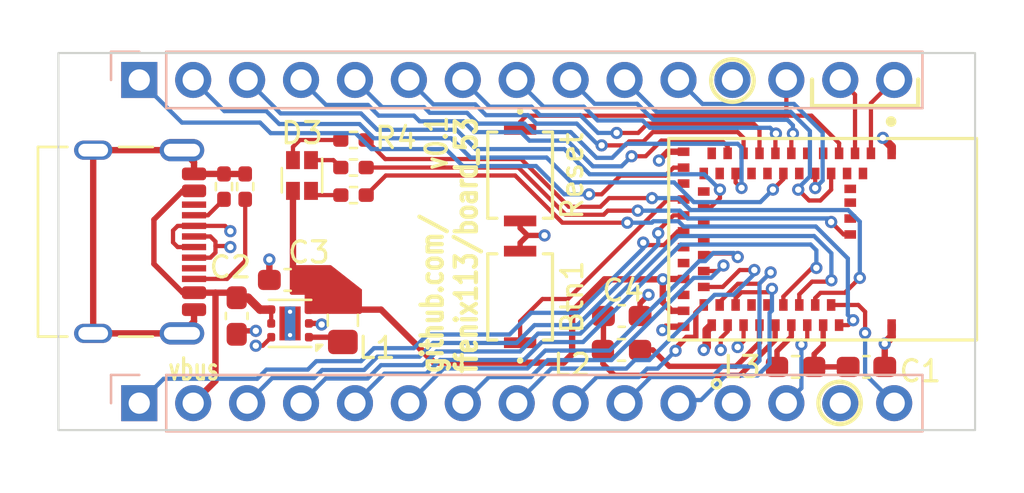
<source format=kicad_pcb>
(kicad_pcb (version 20240108) (generator "pcbnew") (generator_version "8.0")
  (title_block (date "sam. 04 avril 2015") (comment 4 "AISLER Project ID: DZXBAYOA"))
  (layers (0 "F.Cu" signal) (1 "In1.Cu" power) (2 "In2.Cu" power) (31 "B.Cu" signal) (34 "B.Paste" user) (35 "F.Paste" user) (36 "B.SilkS" user "B.Silkscreen") (37 "F.SilkS" user "F.Silkscreen") (38 "B.Mask" user) (39 "F.Mask" user) (44 "Edge.Cuts" user))
  (net 0 "")
  (net 1 "GND")
  (net 2 "/~{RESET}")
  (net 3 "/*D5")
  (net 4 "/D4")
  (net 5 "/A3")
  (net 6 "/A1")
  (net 7 "/A0")
  (net 8 "/D0{slash}RX")
  (net 9 "/D1{slash}TX")
  (net 10 "+3V3")
  (net 11 "/A7")
  (net 12 "/A6")
  (net 13 "/A5{slash}SCL")
  (net 14 "/A4{slash}SDA")
  (net 15 "VBUS")
  (net 16 "USB_DN")
  (net 17 "USB_DP")
  (net 20 "/P1.10")
  (net 22 "/P1.13")
  (net 23 "Net-(D3-Pad1)")
  (net 24 "/P1.08")
  (net 25 "/P0.13")
  (net 26 "/P1.11")
  (net 27 "/P0.23")
  (net 28 "/P1.14")
  (net 29 "/RD_LED")
  (net 30 "/GR_LED")
  (net 31 "/P0.24")
  (net 32 "/P0.18")
  (net 33 "/P1.07")
  (net 34 "/P1.06")
  (net 35 "/P0.14")
  (net 36 "/P0.16")
  (net 37 "/P0.21")
  (net 38 "/P1.09")
  (net 39 "/P1.05")
  (net 40 "/P0.19")
  (net 41 "/P1.04")
  (net 42 "/P0.15")
  (net 43 "/P1.12")
  (net 44 "/D14")
  (net 45 "/P1.03")
  (net 46 "/P1.02")
  (net 47 "/SWDCLK")
  (net 48 "/SWDIO")
  (net 49 "/P0.11")
  (net 50 "/P0.12")
  (net 51 "/P0.09{slash}MOSI")
  (net 52 "/P0.10{slash}MISO")
  (net 53 "/P0.17")
  (net 54 "/*P0.08{slash}SS")
  (net 55 "/P0.03{slash}NFC2")
  (net 56 "/P0.02{slash}NFC1")
  (net 57 "/P0.06{slash}A2")
  (net 58 "Net-(D3-Pad3)")
  (net 59 "Net-(D3-Pad2)")
  (net 60 "/BL_LED")
  (net 61 "Net-(U1A-DECR)")
  (net 62 "Net-(U1A-DECD)")
  (net 63 "Net-(U2-SW)")
  (net 64 "Net-(U1A-DCCD)")
  (net 65 "Net-(U1A-DCC)")
  (net 71 "Net-(J3-CC1_A)")
  (net 72 "Net-(J3-CC1_B)")
  (footprint "Inductor_SMD:L_0805_2012Metric_Pad1.15x1.40mm_HandSolder" (layer "F.Cu") (at 113.4 94.82 90)
    (property "Reference" "L1")
    (property "Value" "WIP201612S-2R2MLDG" (hide yes))
  )
  (footprint "footprints:SW_CS1213AGF260_CRS" (layer "F.Cu") (at 121.75 93.72 90)
    (property "Reference" "SW2" (hide yes))
    (property "Value" "CS1213AGF160" (hide yes))
  )
  (footprint "12402012E212A:AMPHENOL_12402012E212A" (layer "F.Cu") (at 101.64 91.12 -90)
    (property "Reference" "J3" (hide yes))
    (property "Value" "12402012E212A" (hide yes))
  )
  (footprint "Capacitor_SMD:C_0603_1608Metric_Pad1.08x0.95mm_HandSolder" (layer "F.Cu") (at 126.5375 94.62 180)
    (property "Reference" "C4")
    (property "Value" "CL10A105KQ8NNNC" (hide yes))
  )
  (footprint "Resistor_SMD:R_0402_1005Metric_Pad0.72x0.64mm_HandSolder" (layer "F.Cu") (at 113.9 87.62)
    (property "Reference" "R1" (hide yes))
    (property "Value" "ERJ-2RKF3300X" (hide yes))
  )
  (footprint "Package_SON:WSON-6-1EP_2x2mm_P0.65mm_EP1x1.6mm_ThermalVias" (layer "F.Cu") (at 110.9125 94.97 180)
    (property "Reference" "U2" (hide yes))
    (property "Value" "TPS62291DRVR" (hide yes))
  )
  (footprint "Arduino_MountingHole:MountingHole_65mil" (layer "F.Cu") (at 101.27 83.49)
    (property "Reference" "MH2" (hide yes))
    (property "Value" "MountingHole_65mil" (hide yes))
  )
  (footprint "Resistor_SMD:R_0402_1005Metric_Pad0.72x0.64mm_HandSolder" (layer "F.Cu") (at 113.9 86.32)
    (property "Reference" "R4")
    (property "Value" "ERJ-2RKF3300X" (hide yes))
  )
  (footprint "Inductor_SMD:L_0603_1608Metric_Pad1.05x0.95mm_HandSolder" (layer "F.Cu") (at 134.725 97.02 180)
    (property "Reference" "L3")
    (property "Value" "MLZ1608N100LT000" (hide yes))
  )
  (footprint "Resistor_SMD:R_0402_1005Metric_Pad0.72x0.64mm_HandSolder" (layer "F.Cu") (at 108.8 88.52 -90)
    (property "Reference" "R3" (hide yes))
    (property "Value" "ERJ-2GEJ512X" (hide yes))
  )
  (footprint "LED_SMD:LED_LiteOn_LTST-C19HE1WT" (layer "F.Cu") (at 111.475 87.995)
    (property "Reference" "D3")
    (property "Value" "LTST-C19HE1WT" (hide yes))
  )
  (footprint "Capacitor_SMD:C_0603_1608Metric_Pad1.08x0.95mm_HandSolder" (layer "F.Cu") (at 110.8 92.92 180)
    (property "Reference" "C3")
    (property "Value" "GRM188R60J106ME47D" (hide yes))
  )
  (footprint "Inductor_SMD:L_0603_1608Metric_Pad1.05x0.95mm_HandSolder" (layer "F.Cu") (at 126.525 96.22)
    (property "Reference" "L2")
    (property "Value" "MLZ1608N100LT000" (hide yes))
  )
  (footprint "Arduino_MountingHole:MountingHole_65mil" (layer "F.Cu") (at 141.91 98.73)
    (property "Reference" "MH4" (hide yes))
    (property "Value" "MountingHole_65mil" (hide yes))
  )
  (footprint "footprints:SW_CS1213AGF260_CRS" (layer "F.Cu") (at 121.75 87.979 -90)
    (property "Reference" "SW1" (hide yes))
    (property "Value" "CS1213AGF160" (hide yes))
  )
  (footprint "Resistor_SMD:R_0402_1005Metric_Pad0.72x0.64mm_HandSolder" (layer "F.Cu") (at 113.9025 88.92)
    (property "Reference" "R5" (hide yes))
    (property "Value" "ERJ-2RKF3300X" (hide yes))
  )
  (footprint "Capacitor_SMD:C_0603_1608Metric_Pad1.08x0.95mm_HandSolder" (layer "F.Cu") (at 108.4 94.62 -90)
    (property "Reference" "C2")
    (property "Value" "GRM188R60J106ME47D" (hide yes))
  )
  (footprint "Arduino_MountingHole:MountingHole_65mil" (layer "F.Cu") (at 101.27 98.73)
    (property "Reference" "MH1" (hide yes))
    (property "Value" "MountingHole_65mil" (hide yes))
  )
  (footprint "Capacitor_SMD:C_0603_1608Metric_Pad1.08x0.95mm_HandSolder" (layer "F.Cu") (at 138.0625 97.02)
    (property "Reference" "C1")
    (property "Value" "CL10A105KQ8NNNC" (hide yes))
  )
  (footprint "Resistor_SMD:R_0402_1005Metric_Pad0.72x0.64mm_HandSolder" (layer "F.Cu") (at 107.8 88.52 90)
    (property "Reference" "R7" (hide yes))
    (property "Value" "ERJ-2GEJ512X" (hide yes))
  )
  (footprint "Arduino_MountingHole:MountingHole_65mil" (layer "F.Cu") (at 141.91 83.49)
    (property "Reference" "MH3" (hide yes))
    (property "Value" "MountingHole_65mil" (hide yes))
  )
  (footprint "eec:Raytac-MDBT53-1M-MFG" (layer "F.Cu") (at 136 91 -90)
    (property "Reference" "U1" (hide yes))
    (property "Value" "MDBT53-1M" (hide yes))
  )
  (footprint "Connector_PinHeader_2.54mm:PinHeader_1x15_P2.54mm_Vertical" (layer "B.Cu") (at 103.81 98.73 -90)
    (property "Reference" "J1" (hide yes))
    (property "Value" "Analog")
  )
  (footprint "Connector_PinHeader_2.54mm:PinHeader_1x15_P2.54mm_Vertical" (layer "B.Cu") (at 103.81 83.49 -90)
    (property "Reference" "J2" (hide yes))
    (property "Value" "Digital")
  )
  (gr_poly (pts (xy 114.2 94.42) (xy 111.7 94.42) (xy 111.7 93.52) (xy 111 93.52) (xy 111 92.32) (xy 112.8 92.32) (xy 114.2 93.42) (xy 114.2 93.82)) (stroke (width 0.2)) (fill solid) (layer "F.Cu") (net 10))
  (gr_circle (center 131.75 83.52) (end 132.754988 83.52) (stroke (width 0.2)) (fill none) (layer "F.SilkS"))
  (gr_line (start 140.5 84.72) (end 140.5 83.47) (stroke (width 0.2)) (layer "F.SilkS"))
  (gr_line (start 135.5 84.72) (end 140.5 84.72) (stroke (width 0.2)) (layer "F.SilkS"))
  (gr_circle (center 136.8 98.72) (end 137.8 98.72) (stroke (width 0.2)) (fill none) (layer "F.SilkS"))
  (gr_line (start 135.5 83.47) (end 135.5 84.72) (stroke (width 0.2)) (layer "F.SilkS"))
  (gr_circle (center 131 97.82) (end 131 98.02) (stroke (width 0.15)) (fill none) (layer "F.SilkS"))
  (gr_rect (start 100 82.22) (end 143.18 100) (stroke (width 0.1)) (fill none) (layer "Edge.Cuts"))
  (gr_text "vbus" (at 105.1 97.72 0) (layer "F.SilkS") (effects (font (size 1 0.7)) (justify left bottom)))
  (gr_text "github.com/\nffenix113/board_53" (at 119.8 97.42 90) (layer "F.SilkS") (effects (font (size 1 0.8) (thickness 0.2) (bold yes)) (justify left bottom)))
  (gr_text "v0.1" (at 118.4 87.82 90) (layer "F.SilkS") (effects (font (size 1 0.8) (thickness 0.16) (bold yes)) (justify left bottom)))
  (segment (start 111.8 94.97) (end 112.35 94.97) (width 0.254) (layer "F.Cu") (net 1))
  (segment (start 138.925 95.925) (end 139.25 95.6) (width 0.4) (layer "F.Cu") (net 1))
  (segment (start 127.4 94.02) (end 127.8 93.62) (width 0.254) (layer "F.Cu") (net 1))
  (segment (start 112.35 94.97) (end 112.4 95.02) (width 0.254) (layer "F.Cu") (net 1))
  (segment (start 106.39 94.87) (end 105.82 95.44) (width 0.3) (layer "F.Cu") (net 1))
  (segment (start 106.39 94.32) (end 106.39 94.87) (width 0.3) (layer "F.Cu") (net 1))
  (segment (start 122.9 90.82) (end 122.1 90.82) (width 0.254) (layer "F.Cu") (net 1))
  (segment (start 129.45 86.875) (end 128.705852 86.875) (width 0.3) (layer "F.Cu") (net 1))
  (segment (start 139.25 86.6325) (end 139.25 86.95) (width 0.4) (layer "F.Cu") (net 1))
  (segment (start 127.4 94.62) (end 127.4 94.02) (width 0.254) (layer "F.Cu") (net 1))
  (segment (start 109.3 95.32) (end 108.7625 95.32) (width 0.254) (layer "F.Cu") (net 1))
  (segment (start 106.39 87.92) (end 107.7975 87.92) (width 0.3) (layer "F.Cu") (net 1))
  (segment (start 107.8 87.9225) (end 108.8 87.9225) (width 0.3) (layer "F.Cu") (net 1))
  (segment (start 101.64 95.44) (end 101.64 86.8) (width 0.3) (layer "F.Cu") (net 1))
  (segment (start 107.7975 87.92) (end 107.8 87.9225) (width 0.3) (layer "F.Cu") (net 1))
  (segment (start 106.39 87.92) (end 106.39 87.37) (width 0.3) (layer "F.Cu") (net 1))
  (segment (start 138.925 95.925) (end 138.925 97.02) (width 0.3) (layer "F.Cu") (net 1))
  (segment (start 101.64 86.8) (end 105.82 86.8) (width 0.3) (layer "F.Cu") (net 1))
  (segment (start 106.39 87.37) (end 105.82 86.8) (width 0.3) (layer "F.Cu") (net 1))
  (segment (start 109.625 96.02) (end 110.025 95.62) (width 0.2) (layer "F.Cu") (net 1))
  (segment (start 138.8375 86.22) (end 139.25 86.6325) (width 0.4) (layer "F.Cu") (net 1))
  (segment (start 105.82 95.44) (end 101.64 95.44) (width 0.3) (layer "F.Cu") (net 1))
  (segment (start 109.3 96.02) (end 109.625 96.02) (width 0.2) (layer "F.Cu") (net 1))
  (segment (start 121.75 91.17) (end 121.75 91.561) (width 0.254) (layer "F.Cu") (net 1))
  (segment (start 128.705852 86.875) (end 128.290426 87.290426) (width 0.3) (layer "F.Cu") (net 1))
  (segment (start 109.9375 91.9575) (end 109.9375 92.92) (width 0.3) (layer "F.Cu") (net 1))
  (segment (start 128.449863 95.2875) (end 128.612363 95.125) (width 0.3) (layer "F.Cu") (net 1))
  (segment (start 121.75 90.47) (end 122.1 90.82) (width 0.254) (layer "F.Cu") (net 1))
  (segment (start 139.25 95.6) (end 139.25 95.05) (width 0.4) (layer "F.Cu") (net 1))
  (segment (start 121.75 90.138) (end 121.75 90.47) (width 0.254) (layer "F.Cu") (net 1))
  (segment (start 122.1 90.82) (end 121.75 91.17) (width 0.254) (layer "F.Cu") (net 1))
  (segment (start 128.612363 95.125) (end 129.45 95.125) (width 0.3) (layer "F.Cu") (net 1))
  (segment (start 108.7625 95.32) (end 108.4 95.6825) (width 0.254) (layer "F.Cu") (net 1))
  (via (at 127.8 93.62) (size 0.575) (drill 0.3) (layers "F.Cu" "B.Cu") (net 1))
  (via (at 128.290426 87.290426) (size 0.575) (drill 0.3) (layers "F.Cu" "B.Cu") (net 1))
  (via (at 122.9 90.82) (size 0.575) (drill 0.3) (layers "F.Cu" "B.Cu") (net 1))
  (via (at 112.4 95.02) (size 0.575) (drill 0.3) (layers "F.Cu" "B.Cu") (net 1))
  (via (at 128.449863 95.2875) (size 0.575) (drill 0.3) (layers "F.Cu" "B.Cu") (net 1))
  (via (at 138.925 95.925) (size 0.575) (drill 0.3) (layers "F.Cu" "B.Cu") (net 1))
  (via (at 109.3 95.32) (size 0.575) (drill 0.3) (layers "F.Cu" "B.Cu") (net 1))
  (via (at 109.9375 91.9575) (size 0.575) (drill 0.3) (layers "F.Cu" "B.Cu") (net 1))
  (via (at 138.8375 86.22) (size 0.575) (drill 0.3) (layers "F.Cu" "B.Cu") (net 1))
  (via (at 109.3 96.02) (size 0.575) (drill 0.3) (layers "F.Cu" "B.Cu") (net 1))
  (segment (start 122.045 85.175) (end 121.75 85.47) (width 0.2) (layer "F.Cu") (net 2))
  (segment (start 134.4 85.175) (end 134.2 85.175) (width 0.2) (layer "F.Cu") (net 2))
  (segment (start 134.2 85.175) (end 122.045 85.175) (width 0.2) (layer "F.Cu") (net 2))
  (segment (start 134.29 85.085) (end 134.2 85.175) (width 0.2) (layer "F.Cu") (net 2))
  (segment (start 134.29 83.49) (end 134.29 85.065) (width 0.2) (layer "F.Cu") (net 2))
  (segment (start 121.75 85.47) (end 121.75 85.82) (width 0.2) (layer "F.Cu") (net 2))
  (segment (start 134.29 85.065) (end 134.4 85.175) (width 0.2) (layer "F.Cu") (net 2))
  (segment (start 135.475 85.175) (end 134.4 85.175) (width 0.2) (layer "F.Cu") (net 2))
  (segment (start 134.29 85.065) (end 134.29 85.085) (width 0.2) (layer "F.Cu") (net 2))
  (segment (start 136.775 86.95) (end 136.775 86.475) (width 0.2) (layer "F.Cu") (net 2))
  (segment (start 136.775 86.475) (end 135.475 85.175) (width 0.2) (layer "F.Cu") (net 2))
  (segment (start 129.593 95.627) (end 129.071017 96.148983) (width 0.254) (layer "F.Cu") (net 3))
  (segment (start 129.071017 96.148983) (end 129.071017 96.257337) (width 0.254) (layer "F.Cu") (net 3))
  (segment (start 130.027 94.473) (end 130.027 95.627) (width 0.254) (layer "F.Cu") (net 3))
  (segment (start 130.027 95.627) (end 129.593 95.627) (width 0.254) (layer "F.Cu") (net 3))
  (segment (start 130.4 94.1) (end 130.027 94.473) (width 0.254) (layer "F.Cu") (net 3))
  (via (at 129.071017 96.257337) (size 0.575) (drill 0.3) (layers "F.Cu" "B.Cu") (net 3))
  (segment (start 129.071017 96.257337) (end 128.228354 97.1) (width 0.2) (layer "B.Cu") (net 3))
  (segment (start 125.36 97.5) (end 124.13 98.73) (width 0.2) (layer "B.Cu") (net 3))
  (segment (start 127.734314 97.1) (end 127.334314 97.5) (width 0.2) (layer "B.Cu") (net 3))
  (segment (start 127.334314 97.5) (end 125.36 97.5) (width 0.2) (layer "B.Cu") (net 3))
  (segment (start 128.228354 97.1) (end 127.734314 97.1) (width 0.2) (layer "B.Cu") (net 3))
  (segment (start 133.549059 92.565277) (end 133.014336 93.1) (width 0.2) (layer "F.Cu") (net 4))
  (segment (start 131.15 93.959315) (end 131.15 94.1) (width 0.2) (layer "F.Cu") (net 4))
  (segment (start 133.014336 93.1) (end 132.009315 93.1) (width 0.2) (layer "F.Cu") (net 4))
  (segment (start 132.009315 93.1) (end 131.15 93.959315) (width 0.2) (layer "F.Cu") (net 4))
  (via (at 133.549059 92.565277) (size 0.575) (drill 0.3) (layers "F.Cu" "B.Cu") (net 4))
  (segment (start 133.025 93.089336) (end 133.025 96.725) (width 0.2) (layer "B.Cu") (net 4))
  (segment (start 130.787968 97.5) (end 127.9 97.5) (width 0.2) (layer "B.Cu") (net 4))
  (segment (start 133.549059 92.565277) (end 133.025 93.089336) (width 0.2) (layer "B.Cu") (net 4))
  (segment (start 127.9 97.5) (end 126.67 98.73) (width 0.2) (layer "B.Cu") (net 4))
  (segment (start 133.025 96.725) (end 132.75 97) (width 0.2) (layer "B.Cu") (net 4))
  (segment (start 132.75 97) (end 131.287968 97) (width 0.2) (layer "B.Cu") (net 4))
  (segment (start 131.287968 97) (end 130.787968 97.5) (width 0.2) (layer "B.Cu") (net 4))
  (segment (start 131.525 86.95) (end 131.525 86.625) (width 0.2) (layer "F.Cu") (net 5))
  (segment (start 128.4 86.35) (end 127.6625 87.0875) (width 0.2) (layer "F.Cu") (net 5))
  (segment (start 131.25 86.35) (end 128.4 86.35) (width 0.2) (layer "F.Cu") (net 5))
  (segment (start 127.6625 87.0875) (end 127 87.0875) (width 0.2) (layer "F.Cu") (net 5))
  (segment (start 131.525 86.625) (end 131.25 86.35) (width 0.2) (layer "F.Cu") (net 5))
  (via (at 127 87.0875) (size 0.575) (drill 0.3) (layers "F.Cu" "B.Cu") (net 5))
  (segment (start 117.017157 85.44) (end 116.75 85.172843) (width 0.2) (layer "B.Cu") (net 5))
  (segment (start 123.967984 86.35) (end 122.187259 86.35) (width 0.2) (layer "B.Cu") (net 5))
  (segment (start 115.087158 85.172843) (end 114.582157 84.667843) (width 0.2) (layer "B.Cu") (net 5))
  (segment (start 127 87.0875) (end 126.525 87.5625) (width 0.2) (layer "B.Cu") (net 5))
  (segment (start 114.582157 84.667843) (end 112.607843 84.667843) (width 0.2) (layer "B.Cu") (net 5))
  (segment (start 121.787258 85.95) (end 119.594315 85.95) (width 0.2) (layer "B.Cu") (net 5))
  (segment (start 119.084314 85.44) (end 117.017157 85.44) (width 0.2) (layer "B.Cu") (net 5))
  (segment (start 126.525 87.5625) (end 125.180484 87.5625) (width 0.2) (layer "B.Cu") (net 5))
  (segment (start 119.594315 85.95) (end 119.084314 85.44) (width 0.2) (layer "B.Cu") (net 5))
  (segment (start 122.187259 86.35) (end 121.787258 85.95) (width 0.2) (layer "B.Cu") (net 5))
  (segment (start 116.75 85.172843) (end 115.087158 85.172843) (width 0.2) (layer "B.Cu") (net 5))
  (segment (start 112.607843 84.667843) (end 111.43 83.49) (width 0.2) (layer "B.Cu") (net 5))
  (segment (start 125.180484 87.5625) (end 123.967984 86.35) (width 0.2) (layer "B.Cu") (net 5))
  (segment (start 132.782237 92.452967) (end 132.090662 92.452967) (width 0.2) (layer "F.Cu") (net 6))
  (segment (start 131.293629 93.25) (end 130.4 93.25) (width 0.2) (layer "F.Cu") (net 6))
  (segment (start 132.090662 92.452967) (end 131.293629 93.25) (width 0.2) (layer "F.Cu") (net 6))
  (via (at 132.782237 92.452967) (size 0.575) (drill 0.3) (layers "F.Cu" "B.Cu") (net 6))
  (segment (start 132.782237 92.452967) (end 132.782237 92.637763) (width 0.2) (layer "B.Cu") (net 6))
  (segment (start 131.8 93.62) (end 130.912857 93.62) (width 0.2) (layer "B.Cu") (net 6))
  (segment (start 127.15 96.7) (end 126.75 97.1) (width 0.2) (layer "B.Cu") (net 6))
  (segment (start 123.22 97.1) (end 121.59 98.73) (width 0.2) (layer "B.Cu") (net 6))
  (segment (start 130.912857 93.62) (end 127.832857 96.7) (width 0.2) (layer "B.Cu") (net 6))
  (segment (start 127.832857 96.7) (end 127.15 96.7) (width 0.2) (layer "B.Cu") (net 6))
  (segment (start 126.75 97.1) (end 123.22 97.1) (width 0.2) (layer "B.Cu") (net 6))
  (segment (start 132.782237 92.637763) (end 131.8 93.62) (width 0.2) (layer "B.Cu") (net 6))
  (segment (start 131.067205 92.5) (end 131.329705 92.2375) (width 0.2) (layer "F.Cu") (net 7))
  (segment (start 130.4 92.5) (end 131.067205 92.5) (width 0.2) (layer "F.Cu") (net 7))
  (via (at 131.329705 92.2375) (size 0.575) (drill 0.3) (layers "F.Cu" "B.Cu") (net 7))
  (segment (start 130.747205 92.82) (end 129.93033 92.82) (width 0.2) (layer "B.Cu") (net 7))
  (segment (start 120.28 97.5) (end 119.05 98.73) (width 0.2) (layer "B.Cu") (net 7))
  (segment (start 122.25 97.5) (end 120.28 97.5) (width 0.2) (layer "B.Cu") (net 7))
  (segment (start 123.05 96.7) (end 122.25 97.5) (width 0.2) (layer "B.Cu") (net 7))
  (segment (start 129.93033 92.82) (end 126.05033 96.7) (width 0.2) (layer "B.Cu") (net 7))
  (segment (start 131.329705 92.2375) (end 130.747205 92.82) (width 0.2) (layer "B.Cu") (net 7))
  (segment (start 126.05033 96.7) (end 123.05 96.7) (width 0.2) (layer "B.Cu") (net 7))
  (segment (start 126.47 88) (end 128.6 88) (width 0.2) (layer "F.Cu") (net 8))
  (segment (start 125 88.8825) (end 125.5875 88.8825) (width 0.2) (layer "F.Cu") (net 8))
  (segment (start 125.5875 88.8825) (end 126.47 88) (width 0.2) (layer "F.Cu") (net 8))
  (segment (start 128.975 87.625) (end 129.45 87.625) (width 0.2) (layer "F.Cu") (net 8))
  (segment (start 128.6 88) (end 128.975 87.625) (width 0.2) (layer "F.Cu") (net 8))
  (via (at 125 88.8825) (size 0.575) (drill 0.3) (layers "F.Cu" "B.Cu") (net 8))
  (segment (start 105.82 85.5) (end 103.81 83.49) (width 0.2) (layer "B.Cu") (net 8))
  (segment (start 118.25 86.75) (end 114.75 86.75) (width 0.2) (layer "B.Cu") (net 8))
  (segment (start 119.05 87.55) (end 118.25 86.75) (width 0.2) (layer "B.Cu") (net 8))
  (segment (start 109.5 85.5) (end 105.82 85.5) (width 0.2) (layer "B.Cu") (net 8))
  (segment (start 122.5 87.55) (end 119.05 87.55) (width 0.2) (layer "B.Cu") (net 8))
  (segment (start 114.75 86.75) (end 114 86) (width 0.2) (layer "B.Cu") (net 8))
  (segment (start 123.8325 88.8825) (end 122.5 87.55) (width 0.2) (layer "B.Cu") (net 8))
  (segment (start 110 86) (end 109.5 85.5) (width 0.2) (layer "B.Cu") (net 8))
  (segment (start 125 88.8825) (end 123.8325 88.8825) (width 0.2) (layer "B.Cu") (net 8))
  (segment (start 114 86) (end 110 86) (width 0.2) (layer "B.Cu") (net 8))
  (segment (start 134.15 88.1658) (end 134.15 87.9) (width 0.2) (layer "F.Cu") (net 9))
  (segment (start 133.656595 88.659205) (end 134.15 88.1658) (width 0.2) (layer "F.Cu") (net 9))
  (via (at 133.656595 88.659205) (size 0.575) (drill 0.3) (layers "F.Cu" "B.Cu") (net 9))
  (segment (start 114.183236 85.566765) (end 110.401079 85.566765) (width 0.2) (layer "B.Cu") (net 9))
  (segment (start 129.931095 89.25) (end 129.001095 88.32) (width 0.2) (layer "B.Cu") (net 9))
  (segment (start 114.856472 86.24) (end 114.183236 85.566765) (width 0.2) (layer "B.Cu") (net 9))
  (segment (start 109.792157 84.957843) (end 107.817843 84.957843) (width 0.2) (layer "B.Cu") (net 9))
  (segment (start 124.17 88.32) (end 123 87.15) (width 0.2) (layer "B.Cu") (net 9))
  (segment (start 107.817843 84.957843) (end 106.35 83.49) (width 0.2) (layer "B.Cu") (net 9))
  (segment (start 129.001095 88.32) (end 124.17 88.32) (width 0.2) (layer "B.Cu") (net 9))
  (segment (start 118.5 86.24) (end 114.856472 86.24) (width 0.2) (layer "B.Cu") (net 9))
  (segment (start 110.401079 85.566765) (end 109.792157 84.957843) (width 0.2) (layer "B.Cu") (net 9))
  (segment (start 133.0658 89.25) (end 129.931095 89.25) (width 0.2) (layer "B.Cu") (net 9))
  (segment (start 123 87.15) (end 119.41 87.15) (width 0.2) (layer "B.Cu") (net 9))
  (segment (start 119.41 87.15) (end 118.5 86.24) (width 0.2) (layer "B.Cu") (net 9))
  (segment (start 133.656595 88.659205) (end 133.0658 89.25) (width 0.2) (layer "B.Cu") (net 9))
  (segment (start 113.925 94.32) (end 115.2 94.32) (width 0.3) (layer "F.Cu") (net 10))
  (segment (start 111.05 88.72) (end 111.05 92.3075) (width 0.3) (layer "F.Cu") (net 10))
  (segment (start 124.2 94.42) (end 125.729409 92.890591) (width 0.3) (layer "F.Cu") (net 10))
  (segment (start 111.8 94.32) (end 112.875 94.32) (width 0.3) (layer "F.Cu") (net 10))
  (segment (start 125.729409 92.890591) (end 128.470591 92.890591) (width 0.3) (layer "F.Cu") (net 10))
  (segment (start 128.875 94.375) (end 129.45 94.375) (width 0.3) (layer "F.Cu") (net 10))
  (segment (start 117.7 96.82) (end 123.8 96.82) (width 0.3) (layer "F.Cu") (net 10))
  (segment (start 128.470591 93.970591) (end 128.875 94.375) (width 0.3) (layer "F.Cu") (net 10))
  (segment (start 124.2 96.42) (end 124.2 94.42) (width 0.3) (layer "F.Cu") (net 10))
  (segment (start 128.470591 92.890591) (end 128.486182 92.875) (width 0.3) (layer "F.Cu") (net 10))
  (segment (start 113.4 93.795) (end 113.925 94.32) (width 0.3) (layer "F.Cu") (net 10))
  (segment (start 123.8 96.82) (end 124.2 96.42) (width 0.3) (layer "F.Cu") (net 10))
  (segment (start 115.2 94.32) (end 117.7 96.82) (width 0.3) (layer "F.Cu") (net 10))
  (segment (start 128.486182 92.875) (end 129.45 92.875) (width 0.3) (layer "F.Cu") (net 10))
  (segment (start 128.470591 92.890591) (end 128.470591 93.970591) (width 0.3) (layer "F.Cu") (net 10))
  (segment (start 112.875 94.32) (end 113.4 93.795) (width 0.3) (layer "F.Cu") (net 10))
  (via (at 128.470591 92.890591) (size 0.575) (drill 0.3) (layers "F.Cu" "B.Cu") (net 10))
  (segment (start 132.27 98.73) (end 131.75 98.73) (width 0.3) (layer "B.Cu") (net 10))
  (segment (start 133.612691 93.337663) (end 133.450354 93.5) (width 0.2) (layer "F.Cu") (net 11))
  (segment (start 131.9 93.775) (end 131.9 94.1) (width 0.2) (layer "F.Cu") (net 11))
  (segment (start 133.450354 93.5) (end 132.175 93.5) (width 0.2) (layer "F.Cu") (net 11))
  (segment (start 132.175 93.5) (end 131.9 93.775) (width 0.2) (layer "F.Cu") (net 11))
  (via (at 133.612691 93.337663) (size 0.575) (drill 0.3) (layers "F.Cu" "B.Cu") (net 11))
  (segment (start 130.27 98.583654) (end 129.356346 98.583654) (width 0.2) (layer "B.Cu") (net 11))
  (segment (start 131.431852 97.421802) (end 130.27 98.583654) (width 0.2) (layer "B.Cu") (net 11))
  (segment (start 133.612691 93.337663) (end 133.612691 94.362691) (width 0.2) (layer "B.Cu") (net 11))
  (segment (start 129.356346 98.583654) (end 129.21 98.73) (width 0.2) (layer "B.Cu") (net 11))
  (segment (start 133.5 94.475382) (end 133.5 96.863604) (width 0.2) (layer "B.Cu") (net 11))
  (segment (start 132.941802 97.421802) (end 131.431852 97.421802) (width 0.2) (layer "B.Cu") (net 11))
  (segment (start 133.612691 94.362691) (end 133.5 94.475382) (width 0.2) (layer "B.Cu") (net 11))
  (segment (start 133.5 96.863604) (end 132.941802 97.421802) (width 0.2) (layer "B.Cu") (net 11))
  (segment (start 135.360609 89.173111) (end 135.893351 89.173111) (width 0.2) (layer "F.Cu") (net 13))
  (segment (start 136.4 88.666462) (end 136.4 87.9) (width 0.2) (layer "F.Cu") (net 13))
  (segment (start 135.893351 89.173111) (end 136.4 88.666462) (width 0.2) (layer "F.Cu") (net 13))
  (segment (start 134.85 88.662502) (end 135.360609 89.173111) (width 0.2) (layer "F.Cu") (net 13))
  (via (at 134.85 88.662502) (size 0.575) (drill 0.3) (layers "F.Cu" "B.Cu") (net 13))
  (segment (start 134.85 88.590115) (end 135.4 88.040115) (width 0.2) (layer "B.Cu") (net 13))
  (segment (start 128.175 84.995) (end 126.67 83.49) (width 0.2) (layer "B.Cu") (net 13))
  (segment (start 135.4 88.040115) (end 135.4 85.9) (width 0.2) (layer "B.Cu") (net 13))
  (segment (start 134.495 84.995) (end 128.175 84.995) (width 0.2) (layer "B.Cu") (net 13))
  (segment (start 134.85 88.662502) (end 134.85 88.590115) (width 0.2) (layer "B.Cu") (net 13))
  (segment (start 135.4 85.9) (end 134.495 84.995) (width 0.2) (layer "B.Cu") (net 13))
  (segment (start 135.65 88.585611) (end 135.65 87.9) (width 0.2) (layer "F.Cu") (net 14))
  (via (at 135.65 88.585611) (size 0.575) (drill 0.3) (layers "F.Cu" "B.Cu") (net 14))
  (segment (start 134.65033 84.62) (end 130.34 84.62) (width 0.2) (layer "B.Cu") (net 14))
  (segment (start 130.34 84.62) (end 129.21 83.49) (width 0.2) (layer "B.Cu") (net 14))
  (segment (start 135.65 88.585611) (end 136 88.235611) (width 0.2) (layer "B.Cu") (net 14))
  (segment (start 136 85.96967) (end 134.65033 84.62) (width 0.2) (layer "B.Cu") (net 14))
  (segment (start 136 88.235611) (end 136 85.96967) (width 0.2) (layer "B.Cu") (net 14))
  (segment (start 107.4 93.52) (end 107.4 97.68) (width 0.3) (layer "F.Cu") (net 15))
  (segment (start 130.775 95.05) (end 130.5375 95.2875) (width 0.4) (layer "F.Cu") (net 15))
  (segment (start 105.855305 88.72) (end 104.5 90.075305) (width 0.254) (layer "F.Cu") (net 15))
  (segment (start 107.4 97.68) (end 106.35 98.73) (width 0.3) (layer "F.Cu") (net 15))
  (segment (start 108.9375 93.7575) (end 109.5 94.32) (width 0.4) (layer "F.Cu") (net 15))
  (segment (start 105.855305 93.52) (end 106.39 93.52) (width 0.254) (layer "F.Cu") (net 15))
  (segment (start 107.4 93.52) (end 106.39 93.52) (width 0.3) (layer "F.Cu") (net 15))
  (segment (start 106.39 88.72) (end 105.855305 88.72) (width 0.254) (layer "F.Cu") (net 15))
  (segment (start 108.1625 93.52) (end 107.4 93.52) (width 0.3) (layer "F.Cu") (net 15))
  (segment (start 108.4 93.7575) (end 108.9375 93.7575) (width 0.4) (layer "F.Cu") (net 15))
  (segment (start 130.5375 96.0825) (end 130.4 96.22) (width 0.4) (layer "F.Cu") (net 15))
  (segment (start 108.4 93.7575) (end 108.1625 93.52) (width 0.3) (layer "F.Cu") (net 15))
  (segment (start 130.5375 95.2875) (end 130.5375 96.0825) (width 0.4) (layer "F.Cu") (net 15))
  (segment (start 110.025 94.97) (end 110.025 94.32) (width 0.2) (layer "F.Cu") (net 15))
  (segment (start 109.5 94.32) (end 110.025 94.32) (width 0.4) (layer "F.Cu") (net 15))
  (segment (start 104.5 92.164695) (end 105.855305 93.52) (width 0.254) (layer "F.Cu") (net 15))
  (segment (start 104.5 90.075305) (end 104.5 92.164695) (width 0.254) (layer "F.Cu") (net 15))
  (via (at 130.4 96.22) (size 0.575) (drill 0.3) (layers "F.Cu" "B.Cu") (net 15))
  (segment (start 107.85 90.37) (end 108.1 90.62) (width 0.2) (layer "F.Cu") (net 16))
  (segment (start 105.4 90.59) (end 105.62 90.37) (width 0.2) (layer "F.Cu") (net 16))
  (segment (start 105.4 91.15) (end 105.4 90.59) (width 0.2) (layer "F.Cu") (net 16))
  (segment (start 105.62 91.37) (end 105.4 91.15) (width 0.2) (layer "F.Cu") (net 16))
  (segment (start 106.39 90.37) (end 107.85 90.37) (width 0.2) (layer "F.Cu") (net 16))
  (segment (start 105.62 90.37) (end 106.39 90.37) (width 0.2) (layer "F.Cu") (net 16))
  (segment (start 132.275 95.803434) (end 132.275 95.05) (width 0.2) (layer "F.Cu") (net 16))
  (segment (start 131.994859 96.083575) (end 132.275 95.803434) (width 0.2) (layer "F.Cu") (net 16))
  (segment (start 106.39 91.37) (end 105.62 91.37) (width 0.2) (layer "F.Cu") (net 16))
  (via (at 108.1 90.62) (size 0.575) (drill 0.3) (layers "F.Cu" "B.Cu") (net 16))
  (via (at 131.994859 96.083575) (size 0.575) (drill 0.3) (layers "F.Cu" "B.Cu") (net 16))
  (segment (start 131.525 95.347039) (end 131.525 95.05) (width 0.2) (layer "F.Cu") (net 17))
  (segment (start 107.16 91.87) (end 107.4 91.63) (width 0.2) (layer "F.Cu") (net 17))
  (segment (start 131.2 96.22) (end 131.2 95.672039) (width 0.2) (layer "F.Cu") (net 17))
  (segment (start 108.049997 91.32) (end 108.1 91.370003) (width 0.2) (layer "F.Cu") (net 17))
  (segment (start 107.4 91.32) (end 108.049997 91.32) (width 0.2) (layer "F.Cu") (net 17))
  (segment (start 107.4 91.32) (end 107.4 91.11) (width 0.2) (layer "F.Cu") (net 17))
  (segment (start 131.2 95.672039) (end 131.525 95.347039) (width 0.2) (layer "F.Cu") (net 17))
  (segment (start 107.4 91.11) (end 107.16 90.87) (width 0.2) (layer "F.Cu") (net 17))
  (segment (start 106.39 91.87) (end 107.16 91.87) (width 0.2) (layer "F.Cu") (net 17))
  (segment (start 107.4 91.63) (end 107.4 91.32) (width 0.2) (layer "F.Cu") (net 17))
  (segment (start 107.16 90.87) (end 106.39 90.87) (width 0.2) (layer "F.Cu") (net 17))
  (via (at 108.1 91.370003) (size 0.575) (drill 0.3) (layers "F.Cu" "B.Cu") (net 17))
  (via (at 131.2 96.22) (size 0.575) (drill 0.3) (layers "F.Cu" "B.Cu") (net 17))
  (segment (start 138 95.42) (end 138 94.42) (width 0.2) (layer "F.Cu") (net 20))
  (segment (start 138 94.42) (end 137.68 94.1) (width 0.2) (layer "F.Cu") (net 20))
  (segment (start 137.68 94.1) (end 136.4 94.1) (width 0.2) (layer "F.Cu") (net 20))
  (via (at 138 95.42) (size 0.575) (drill 0.3) (layers "F.Cu" "B.Cu") (net 20))
  (segment (start 138 97.36) (end 139.37 98.73) (width 0.2) (layer "B.Cu") (net 20))
  (segment (start 138 95.42) (end 138 97.36) (width 0.2) (layer "B.Cu") (net 20))
  (segment (start 111.05 86.645) (end 111.05 87.27) (width 0.2) (layer "F.Cu") (net 23))
  (segment (start 113.3025 86.32) (end 111.375 86.32) (width 0.2) (layer "F.Cu") (net 23))
  (segment (start 111.375 86.32) (end 111.05 86.645) (width 0.2) (layer "F.Cu") (net 23))
  (segment (start 135.5 93) (end 134.9 93.6) (width 0.2) (layer "F.Cu") (net 26))
  (segment (start 134.9 93.6) (end 134.9 94.1) (width 0.2) (layer "F.Cu") (net 26))
  (segment (start 136.35 93) (end 135.5 93) (width 0.2) (layer "F.Cu") (net 26))
  (segment (start 136.4125 92.9375) (end 136.35 93) (width 0.2) (layer "F.Cu") (net 26))
  (via (at 136.4125 92.9375) (size 0.575) (drill 0.3) (layers "F.Cu" "B.Cu") (net 26))
  (segment (start 117.816473 96.292157) (end 117.171472 96.937157) (width 0.2) (layer "B.Cu") (net 26))
  (segment (start 117.171472 96.937157) (end 115.197158 96.937157) (width 0.2) (layer "B.Cu") (net 26))
  (segment (start 136.4125 92.9375) (end 136.4125 91.6625) (width 0.2) (layer "B.Cu") (net 26))
  (segment (start 124.585356 95.45) (end 122.592157 95.45) (width 0.2) (layer "B.Cu") (net 26))
  (segment (start 115.197158 96.937157) (end 114.567157 97.567157) (width 0.2) (layer "B.Cu") (net 26))
  (segment (start 121.75 96.292157) (end 117.816473 96.292157) (width 0.2) (layer "B.Cu") (net 26))
  (segment (start 136.4125 91.6625) (end 135.6 90.85) (width 0.2) (layer "B.Cu") (net 26))
  (segment (start 112.592843 97.567157) (end 111.43 98.73) (width 0.2) (layer "B.Cu") (net 26))
  (segment (start 122.592157 95.45) (end 121.75 96.292157) (width 0.2) (layer "B.Cu") (net 26))
  (segment (start 135.6 90.85) (end 129.185356 90.85) (width 0.2) (layer "B.Cu") (net 26))
  (segment (start 129.185356 90.85) (end 124.585356 95.45) (width 0.2) (layer "B.Cu") (net 26))
  (segment (start 114.567157 97.567157) (end 112.592843 97.567157) (width 0.2) (layer "B.Cu") (net 26))
  (segment (start 125.53033 89.47) (end 124.05 89.47) (width 0.2) (layer "F.Cu") (net 29))
  (segment (start 135.65 93.775) (end 135.65 94.1) (width 0.2) (layer "F.Cu") (net 29))
  (segment (start 124.05 89.47) (end 121.8 87.22) (width 0.2) (layer "F.Cu") (net 29))
  (segment (start 135.9 93.525) (end 135.65 93.775) (width 0.2) (layer "F.Cu") (net 29))
  (segment (start 115.3975 87.22) (end 114.4975 86.32) (width 0.2) (layer "F.Cu") (net 29))
  (segment (start 127.962006 89.0625) (end 125.93783 89.0625) (width 0.2) (layer "F.Cu") (net 29))
  (segment (start 125.93783 89.0625) (end 125.53033 89.47) (width 0.2) (layer "F.Cu") (net 29))
  (segment (start 137.045 93.525) (end 135.9 93.525) (width 0.2) (layer "F.Cu") (net 29))
  (segment (start 121.8 87.22) (end 115.3975 87.22) (width 0.2) (layer "F.Cu") (net 29))
  (segment (start 137.75 92.82) (end 137.045 93.525) (width 0.2) (layer "F.Cu") (net 29))
  (via (at 127.962006 89.0625) (size 0.575) (drill 0.3) (layers "F.Cu" "B.Cu") (net 29))
  (via (at 137.75 92.82) (size 0.575) (drill 0.3) (layers "F.Cu" "B.Cu") (net 29))
  (segment (start 129.213265 89.0625) (end 127.962006 89.0625) (width 0.2) (layer "B.Cu") (net 29))
  (segment (start 137.205 89.625) (end 129.775765 89.625) (width 0.2) (layer "B.Cu") (net 29))
  (segment (start 137.75 92.82) (end 137.75 90.17) (width 0.2) (layer "B.Cu") (net 29))
  (segment (start 137.75 90.17) (end 137.205 89.625) (width 0.2) (layer "B.Cu") (net 29))
  (segment (start 129.775765 89.625) (end 129.213265 89.0625) (width 0.2) (layer "B.Cu") (net 29))
  (segment (start 123.89467 89.845) (end 121.66967 87.62) (width 0.2) (layer "F.Cu") (net 30))
  (segment (start 136.9875 90.775) (end 136.4 90.1875) (width 0.2) (layer "F.Cu") (net 30))
  (segment (start 137.3 90.775) (end 136.9875 90.775) (width 0.2) (layer "F.Cu") (net 30))
  (segment (start 114.71 87.62) (end 114.51 87.82) (width 0.2) (layer "F.Cu") (net 30))
  (segment (start 127.290414 89.652552) (end 125.878108 89.652552) (width 0.2) (layer "F.Cu") (net 30))
  (segment (start 125.878108 89.652552) (end 125.68566 89.845) (width 0.2) (layer "F.Cu") (net 30))
  (segment (start 121.66967 87.62) (end 114.71 87.62) (width 0.2) (layer "F.Cu") (net 30))
  (segment (start 125.68566 89.845) (end 123.89467 89.845) (width 0.2) (layer "F.Cu") (net 30))
  (via (at 127.290414 89.652552) (size 0.575) (drill 0.3) (layers "F.Cu" "B.Cu") (net 30))
  (via (at 136.4 90.1875) (size 0.575) (drill 0.3) (layers "F.Cu" "B.Cu") (net 30))
  (segment (start 136.2325 90.02) (end 129.640435 90.02) (width 0.2) (layer "B.Cu") (net 30))
  (segment (start 129.640435 90.02) (end 129.272987 89.652552) (width 0.2) (layer "B.Cu") (net 30))
  (segment (start 136.4 90.1875) (end 136.2325 90.02) (width 0.2) (layer "B.Cu") (net 30))
  (segment (start 129.272987 89.652552) (end 127.290414 89.652552) (width 0.2) (layer "B.Cu") (net 30))
  (segment (start 133.025 85.825) (end 132.75 85.55) (width 0.2) (layer "F.Cu") (net 32))
  (segment (start 133.025 86.95) (end 133.025 85.825) (width 0.2) (layer "F.Cu") (net 32))
  (segment (start 127.75 85.55) (end 127.3125 85.9875) (width 0.2) (layer "F.Cu") (net 32))
  (segment (start 127.3125 85.9875) (end 126.295643 85.9875) (width 0.2) (layer "F.Cu") (net 32))
  (segment (start 132.75 85.55) (end 127.75 85.55) (width 0.2) (layer "F.Cu") (net 32))
  (via (at 126.295643 85.9875) (size 0.575) (drill 0.3) (layers "F.Cu" "B.Cu") (net 32))
  (segment (start 120.31 84.75) (end 119.05 83.49) (width 0.2) (layer "B.Cu") (net 32))
  (segment (start 125.421814 85.9875) (end 124.584314 85.15) (width 0.2) (layer "B.Cu") (net 32))
  (segment (start 122.684315 85.15) (end 122.284315 84.75) (width 0.2) (layer "B.Cu") (net 32))
  (segment (start 126.295643 85.9875) (end 125.421814 85.9875) (width 0.2) (layer "B.Cu") (net 32))
  (segment (start 122.284315 84.75) (end 120.31 84.75) (width 0.2) (layer "B.Cu") (net 32))
  (segment (start 124.584314 85.15) (end 122.684315 85.15) (width 0.2) (layer "B.Cu") (net 32))
  (segment (start 122.8 93.82) (end 124 93.82) (width 0.2) (layer "F.Cu") (net 36))
  (segment (start 128.695 89.125) (end 129.45 89.125) (width 0.2) (layer "F.Cu") (net 36))
  (segment (start 121.75 94.87) (end 122.8 93.82) (width 0.2) (layer "F.Cu") (net 36))
  (segment (start 124 93.82) (end 128.695 89.125) (width 0.2) (layer "F.Cu") (net 36))
  (segment (start 121.75 95.879) (end 121.75 94.87) (width 0.2) (layer "F.Cu") (net 36))
  (segment (start 134.525 86.95) (end 134.525 86.095) (width 0.2) (layer "F.Cu") (net 37))
  (segment (start 134.525 86.095) (end 134.6 86.02) (width 0.2) (layer "F.Cu") (net 37))
  (via (at 134.6 86.02) (size 0.575) (drill 0.3) (layers "F.Cu" "B.Cu") (net 37))
  (segment (start 134.6 85.63033) (end 134.33967 85.37) (width 0.2) (layer "B.Cu") (net 37))
  (segment (start 125.255 84.615) (end 124.13 83.49) (width 0.2) (layer "B.Cu") (net 37))
  (segment (start 134.6 86.02) (end 134.6 85.63033) (width 0.2) (layer "B.Cu") (net 37))
  (segment (start 128.01967 85.37) (end 127.26467 84.615) (width 0.2) (layer "B.Cu") (net 37))
  (segment (start 127.26467 84.615) (end 125.255 84.615) (width 0.2) (layer "B.Cu") (net 37))
  (segment (start 134.33967 85.37) (end 128.01967 85.37) (width 0.2) (layer "B.Cu") (net 37))
  (segment (start 133.775 86.045) (end 133.8 86.02) (width 0.2) (layer "F.Cu") (net 40))
  (segment (start 133.775 86.95) (end 133.775 86.045) (width 0.2) (layer "F.Cu") (net 40))
  (via (at 133.8 86.02) (size 0.575) (drill 0.3) (layers "F.Cu" "B.Cu") (net 40))
  (segment (start 127.51934 85.4) (end 125.4 85.4) (width 0.2) (layer "B.Cu") (net 40))
  (segment (start 133.8 86.02) (end 133.525 85.745) (width 0.2) (layer "B.Cu") (net 40))
  (segment (start 127.86434 85.745) (end 127.51934 85.4) (width 0.2) (layer "B.Cu") (net 40))
  (segment (start 125.4 85.4) (end 124.75 84.75) (width 0.2) (layer "B.Cu") (net 40))
  (segment (start 124.75 84.75) (end 122.85 84.75) (width 0.2) (layer "B.Cu") (net 40))
  (segment (start 122.85 84.75) (end 121.59 83.49) (width 0.2) (layer "B.Cu") (net 40))
  (segment (start 133.525 85.745) (end 127.86434 85.745) (width 0.2) (layer "B.Cu") (net 40))
  (segment (start 134.15 93.703695) (end 134.15 94.1) (width 0.2) (layer "F.Cu") (net 43))
  (segment (start 135.704248 92.350785) (end 135.50291 92.350785) (width 0.2) (layer "F.Cu") (net 43))
  (segment (start 135.50291 92.350785) (end 134.15 93.703695) (width 0.2) (layer "F.Cu") (net 43))
  (via (at 135.704248 92.350785) (size 0.575) (drill 0.3) (layers "F.Cu" "B.Cu") (net 43))
  (segment (start 135.704248 91.519934) (end 135.434314 91.25) (width 0.2) (layer "B.Cu") (net 43))
  (segment (start 121.926471 96.692157) (end 117.982158 96.692157) (width 0.2) (layer "B.Cu") (net 43))
  (segment (start 115.362843 97.337157) (end 113.97 98.73) (width 0.2) (layer "B.Cu") (net 43))
  (segment (start 122.768629 95.85) (end 121.926471 96.692157) (width 0.2) (layer "B.Cu") (net 43))
  (segment (start 135.704248 92.350785) (end 135.704248 91.519934) (width 0.2) (layer "B.Cu") (net 43))
  (segment (start 124.715686 95.85) (end 122.768629 95.85) (width 0.2) (layer "B.Cu") (net 43))
  (segment (start 117.982158 96.692157) (end 117.337157 97.337157) (width 0.2) (layer "B.Cu") (net 43))
  (segment (start 135.434314 91.25) (end 129.315686 91.25) (width 0.2) (layer "B.Cu") (net 43))
  (segment (start 117.337157 97.337157) (end 115.362843 97.337157) (width 0.2) (layer "B.Cu") (net 43))
  (segment (start 129.315686 91.25) (end 124.715686 95.85) (width 0.2) (layer "B.Cu") (net 43))
  (segment (start 135 95.97) (end 135.275 95.695) (width 0.2) (layer "F.Cu") (net 44))
  (segment (start 135.275 95.695) (end 135.275 95.05) (width 0.2) (layer "F.Cu") (net 44))
  (via (at 135 95.97) (size 0.575) (drill 0.3) (layers "F.Cu" "B.Cu") (net 44))
  (segment (start 135 95.97) (end 135 98.02) (width 0.2) (layer "B.Cu") (net 44))
  (segment (start 135 98.02) (end 134.29 98.73) (width 0.2) (layer "B.Cu") (net 44))
  (segment (start 138.275 86.95) (end 138.275 84.585) (width 0.2) (layer "F.Cu") (net 47))
  (segment (start 138.275 84.585) (end 139.37 83.49) (width 0.2) (layer "F.Cu") (net 47))
  (segment (start 137.525 84.185) (end 136.83 83.49) (width 0.2) (layer "F.Cu") (net 48))
  (segment (start 137.525 86.95) (end 137.525 84.185) (width 0.2) (layer "F.Cu") (net 48))
  (segment (start 132.179583 88.580625) (end 132.073958 88.475) (width 0.2) (layer "F.Cu") (net 51))
  (segment (start 131.9 88.319149) (end 131.9 87.9) (width 0.2) (layer "F.Cu") (net 51))
  (segment (start 132.055851 88.475) (end 131.9 88.319149) (width 0.2) (layer "F.Cu") (net 51))
  (segment (start 132.073958 88.475) (end 132.055851 88.475) (width 0.2) (layer "F.Cu") (net 51))
  (via (at 132.179583 88.580625) (size 0.575) (drill 0.3) (layers "F.Cu" "B.Cu") (net 51))
  (segment (start 117.494315 85.04) (end 117.227157 84.772843) (width 0.2) (layer "B.Cu") (net 51))
  (segment (start 117.227157 84.772843) (end 115.252843 84.772843) (width 0.2) (layer "B.Cu") (net 51))
  (segment (start 132.179583 88.580625) (end 132.179583 86.679583) (width 0.2) (layer "B.Cu") (net 51))
  (segment (start 119.76 85.55) (end 119.25 85.04) (width 0.2) (layer "B.Cu") (net 51))
  (segment (start 126.0875 87.1625) (end 125.34617 87.1625) (width 0.2) (layer "B.Cu") (net 51))
  (segment (start 132 86.5) (end 126.75 86.5) (width 0.2) (layer "B.Cu") (net 51))
  (segment (start 119.25 85.04) (end 117.494315 85.04) (width 0.2) (layer "B.Cu") (net 51))
  (segment (start 124.13367 85.95) (end 122.352943 85.95) (width 0.2) (layer "B.Cu") (net 51))
  (segment (start 126.75 86.5) (end 126.0875 87.1625) (width 0.2) (layer "B.Cu") (net 51))
  (segment (start 115.252843 84.772843) (end 113.97 83.49) (width 0.2) (layer "B.Cu") (net 51))
  (segment (start 121.952943 85.55) (end 119.76 85.55) (width 0.2) (layer "B.Cu") (net 51))
  (segment (start 132.179583 86.679583) (end 132 86.5) (width 0.2) (layer "B.Cu") (net 51))
  (segment (start 122.352943 85.95) (end 121.952943 85.55) (width 0.2) (layer "B.Cu") (net 51))
  (segment (start 125.34617 87.1625) (end 124.13367 85.95) (width 0.2) (layer "B.Cu") (net 51))
  (segment (start 126.8875 86.3875) (end 126.7 86.575) (width 0.2) (layer "F.Cu") (net 52))
  (segment (start 132.275 86.95) (end 132.275 86.225) (width 0.2) (layer "F.Cu") (net 52))
  (segment (start 132 85.95) (end 128 85.95) (width 0.2) (layer "F.Cu") (net 52))
  (segment (start 127.146814 86.3875) (end 126.8875 86.3875) (width 0.2) (layer "F.Cu") (net 52))
  (segment (start 128 85.95) (end 127.5625 86.3875) (width 0.2) (layer "F.Cu") (net 52))
  (segment (start 127.5625 86.3875) (end 127.146814 86.3875) (width 0.2) (layer "F.Cu") (net 52))
  (segment (start 132.275 86.225) (end 132 85.95) (width 0.2) (layer "F.Cu") (net 52))
  (segment (start 126.7 86.575) (end 125.589521 86.575) (width 0.2) (layer "F.Cu") (net 52))
  (via (at 125.589521 86.575) (size 0.575) (drill 0.3) (layers "F.Cu" "B.Cu") (net 52))
  (segment (start 124.418628 85.55) (end 122.518629 85.55) (width 0.2) (layer "B.Cu") (net 52))
  (segment (start 119.634314 84.64) (end 117.66 84.64) (width 0.2) (layer "B.Cu") (net 52))
  (segment (start 125.589521 86.575) (end 125.443628 86.575) (width 0.2) (layer "B.Cu") (net 52))
  (segment (start 117.66 84.64) (end 116.51 83.49) (width 0.2) (layer "B.Cu") (net 52))
  (segment (start 120.144314 85.15) (end 119.634314 84.64) (width 0.2) (layer "B.Cu") (net 52))
  (segment (start 125.443628 86.575) (end 124.418628 85.55) (width 0.2) (layer "B.Cu") (net 52))
  (segment (start 122.118629 85.15) (end 120.144314 85.15) (width 0.2) (layer "B.Cu") (net 52))
  (segment (start 122.518629 85.55) (end 122.118629 85.15) (width 0.2) (layer "B.Cu") (net 52))
  (segment (start 130.725 89.5) (end 130.4 89.5) (width 0.2) (layer "F.Cu") (net 54))
  (segment (start 131.162502 89.062498) (end 130.725 89.5) (width 0.2) (layer "F.Cu") (net 54))
  (segment (start 131.162502 88.662502) (end 131.162502 89.062498) (width 0.2) (layer "F.Cu") (net 54))
  (via (at 131.162502 88.662502) (size 0.575) (drill 0.3) (layers "F.Cu" "B.Cu") (net 54))
  (segment (start 130.58 88.1) (end 130.4175 87.9375) (width 0.2) (layer "B.Cu") (net 54))
  (segment (start 115.022157 85.84) (end 114.25 85.067843) (width 0.2) (layer "B.Cu") (net 54))
  (segment (start 119.66 86.75) (end 118.75 85.84) (width 0.2) (layer "B.Cu") (net 54))
  (segment (start 130.6 88.1) (end 130.58 88.1) (width 0.2) (layer "B.Cu") (net 54))
  (segment (start 125.025154 87.9375) (end 123.837654 86.75) (width 0.2) (layer "B.Cu") (net 54))
  (segment (start 110.467843 85.067843) (end 108.89 83.49) (width 0.2) (layer "B.Cu") (net 54))
  (segment (start 123.837654 86.75) (end 119.66 86.75) (width 0.2) (layer "B.Cu") (net 54))
  (segment (start 118.75 85.84) (end 115.022157 85.84) (width 0.2) (layer "B.Cu") (net 54))
  (segment (start 130.4175 87.9375) (end 125.025154 87.9375) (width 0.2) (layer "B.Cu") (net 54))
  (segment (start 131.162502 88.662502) (end 130.6 88.1) (width 0.2) (layer "B.Cu") (net 54))
  (segment (start 114.25 85.067843) (end 110.467843 85.067843) (width 0.2) (layer "B.Cu") (net 54))
  (segment (start 128.975 89.875) (end 129.45 89.875) (width 0.2) (layer "F.Cu") (net 55))
  (segment (start 128.255275 90.594725) (end 128.975 89.875) (width 0.2) (layer "F.Cu") (net 55))
  (segment (start 128.255275 90.714725) (end 128.255275 90.594725) (width 0.2) (layer "F.Cu") (net 55))
  (via (at 128.255275 90.714725) (size 0.575) (drill 0.3) (layers "F.Cu" "B.Cu") (net 55))
  (segment (start 114.401472 97.167157) (end 112.427158 97.167157) (width 0.2) (layer "B.Cu") (net 55))
  (segment (start 121.584314 95.892157) (end 117.650788 95.892157) (width 0.2) (layer "B.Cu") (net 55))
  (segment (start 117.005786 96.537157) (end 115.031473 96.537157) (width 0.2) (layer "B.Cu") (net 55))
  (segment (start 112.427158 97.167157) (end 112.047157 97.547157) (width 0.2) (layer "B.Cu") (net 55))
  (segment (start 117.650788 95.892157) (end 117.005786 96.537157) (width 0.2) (layer "B.Cu") (net 55))
  (segment (start 124.455026 95.05) (end 122.426472 95.05) (width 0.2) (layer "B.Cu") (net 55))
  (segment (start 110.072843 97.547157) (end 108.89 98.73) (width 0.2) (layer "B.Cu") (net 55))
  (segment (start 112.047157 97.547157) (end 110.072843 97.547157) (width 0.2) (layer "B.Cu") (net 55))
  (segment (start 128.255275 91.249751) (end 124.455026 95.05) (width 0.2) (layer "B.Cu") (net 55))
  (segment (start 115.031473 96.537157) (end 114.401472 97.167157) (width 0.2) (layer "B.Cu") (net 55))
  (segment (start 128.255275 90.714725) (end 128.255275 91.249751) (width 0.2) (layer "B.Cu") (net 55))
  (segment (start 122.426472 95.05) (end 121.584314 95.892157) (width 0.2) (layer "B.Cu") (net 55))
  (segment (start 127.666261 91.277225) (end 128.522775 91.277225) (width 0.2) (layer "F.Cu") (net 56))
  (segment (start 129.175 90.625) (end 129.45 90.625) (width 0.2) (layer "F.Cu") (net 56))
  (segment (start 128.522775 91.277225) (end 129.175 90.625) (width 0.2) (layer "F.Cu") (net 56))
  (segment (start 127.549283 91.160247) (end 127.666261 91.277225) (width 0.2) (layer "F.Cu") (net 56))
  (via (at 127.549283 91.160247) (size 0.575) (drill 0.3) (layers "F.Cu" "B.Cu") (net 56))
  (segment (start 104.96 97.58) (end 103.81 98.73) (width 0.2) (layer "B.Cu") (net 56))
  (segment (start 114.865788 96.137157) (end 114.252944 96.75) (width 0.2) (layer "B.Cu") (net 56))
  (segment (start 111.75 97.147157) (end 109.799189 97.147157) (width 0.2) (layer "B.Cu") (net 56))
  (segment (start 116.75 96.137157) (end 114.865788 96.137157) (width 0.2) (layer "B.Cu") (net 56))
  (segment (start 121.25 95.492157) (end 117.395 95.492157) (width 0.2) (layer "B.Cu") (net 56))
  (segment (start 112.147157 96.75) (end 111.75 97.147157) (width 0.2) (layer "B.Cu") (net 56))
  (segment (start 124.504696 94.47) (end 122.272157 94.47) (width 0.2) (layer "B.Cu") (net 56))
  (segment (start 127.549283 91.425413) (end 124.504696 94.47) (width 0.2) (layer "B.Cu") (net 56))
  (segment (start 114.252944 96.75) (end 112.147157 96.75) (width 0.2) (layer "B.Cu") (net 56))
  (segment (start 109.366346 97.58) (end 104.96 97.58) (width 0.2) (layer "B.Cu") (net 56))
  (segment (start 122.272157 94.47) (end 121.25 95.492157) (width 0.2) (layer "B.Cu") (net 56))
  (segment (start 127.549283 91.160247) (end 127.549283 91.425413) (width 0.2) (layer "B.Cu") (net 56))
  (segment (start 109.799189 97.147157) (end 109.366346 97.58) (width 0.2) (layer "B.Cu") (net 56))
  (segment (start 117.395 95.492157) (end 116.75 96.137157) (width 0.2) (layer "B.Cu") (net 56))
  (segment (start 130.475 91.675) (end 131.8375 91.675) (width 0.2) (layer "F.Cu") (net 57))
  (segment (start 130.4 91.75) (end 130.475 91.675) (width 0.2) (layer "F.Cu") (net 57))
  (segment (start 131.8375 91.675) (end 132 91.8375) (width 0.2) (layer "F.Cu") (net 57))
  (via (at 132 91.8375) (size 0.575) (drill 0.3) (layers "F.Cu" "B.Cu") (net 57))
  (segment (start 122.092157 97.092157) (end 118.147843 97.092157) (width 0.2) (layer "B.Cu") (net 57))
  (segment (start 125.97 96.25) (end 122.934314 96.25) (width 0.2) (layer "B.Cu") (net 57))
  (segment (start 131.8125 91.65) (end 130.85 91.65) (width 0.2) (layer "B.Cu") (net 57))
  (segment (start 118.147843 97.092157) (end 116.51 98.73) (width 0.2) (layer "B.Cu") (net 57))
  (segment (start 130.187157 92.032843) (end 125.97 96.25) (width 0.2) (layer "B.Cu") (net 57))
  (segment (start 130.467157 92.032843) (end 130.187157 92.032843) (width 0.2) (layer "B.Cu") (net 57))
  (segment (start 132 91.8375) (end 131.8125 91.65) (width 0.2) (layer "B.Cu") (net 57))
  (segment (start 130.85 91.65) (end 130.467157 92.032843) (width 0.2) (layer "B.Cu") (net 57))
  (segment (start 122.934314 96.25) (end 122.092157 97.092157) (width 0.2) (layer "B.Cu") (net 57))
  (segment (start 113.305 88.92) (end 112.1 88.92) (width 0.2) (layer "F.Cu") (net 58))
  (segment (start 112.1 88.92) (end 111.9 88.72) (width 0.2) (layer "F.Cu") (net 58))
  (segment (start 111.9 87.27) (end 112.9525 87.27) (width 0.2) (layer "F.Cu") (net 59))
  (segment (start 112.9525 87.27) (end 113.3025 87.62) (width 0.2) (layer "F.Cu") (net 59))
  (segment (start 123.73934 90.22) (end 121.51434 87.995) (width 0.2) (layer "F.Cu") (net 60))
  (segment (start 126.8 90.22) (end 123.73934 90.22) (width 0.2) (layer "F.Cu") (net 60))
  (segment (start 121.51434 87.995) (end 115.425 87.995) (width 0.2) (layer "F.Cu") (net 60))
  (segment (start 115.425 87.995) (end 114.5 88.92) (width 0.2) (layer "F.Cu") (net 60))
  (segment (start 137.2075 95.05) (end 136.775 95.05) (width 0.2) (layer "F.Cu") (net 60))
  (segment (start 137.4375 94.82) (end 137.2075 95.05) (width 0.2) (layer "F.Cu") (net 60))
  (via (at 126.8 90.22) (size 0.575) (drill 0.3) (layers "F.Cu" "B.Cu") (net 60))
  (via (at 137.4375 94.82) (size 0.575) (drill 0.3) (layers "F.Cu" "B.Cu") (net 60))
  (segment (start 137.4375 94.82) (end 137.1875 94.57) (width 0.2) (layer "B.Cu") (net 60))
  (segment (start 127.954504 90.22) (end 126.8 90.22) (width 0.2) (layer "B.Cu") (net 60))
  (segment (start 135.68033 90.4) (end 129.454749 90.4) (width 0.2) (layer "B.Cu") (net 60))
  (segment (start 129.454749 90.4) (end 129.206974 90.152225) (width 0.2) (layer "B.Cu") (net 60))
  (segment (start 128.022279 90.152225) (end 127.954504 90.22) (width 0.2) (layer "B.Cu") (net 60))
  (segment (start 129.206974 90.152225) (end 128.022279 90.152225) (width 0.2) (layer "B.Cu") (net 60))
  (segment (start 137.1875 91.90717) (end 135.68033 90.4) (width 0.2) (layer "B.Cu") (net 60))
  (segment (start 137.1875 94.57) (end 137.1875 91.90717) (width 0.2) (layer "B.Cu") (net 60))
  (segment (start 135.6 96.42) (end 136.025 95.995) (width 0.254) (layer "F.Cu") (net 61))
  (segment (start 137.2 97.02) (end 135.6 97.02) (width 0.254) (layer "F.Cu") (net 61))
  (segment (start 135.6 97.02) (end 135.6 96.42) (width 0.254) (layer "F.Cu") (net 61))
  (segment (start 136.025 95.995) (end 136.025 95.05) (width 0.254) (layer "F.Cu") (net 61))
  (segment (start 133.7625 95.756312) (end 132.098812 97.42) (width 0.254) (layer "F.Cu") (net 62))
  (segment (start 125.675 96.195) (end 125.65 96.22) (width 0.254) (layer "F.Cu") (net 62))
  (segment (start 125.65 96.87) (end 125.65 96.22) (width 0.254) (layer "F.Cu") (net 62))
  (segment (start 125.675 94.62) (end 125.675 96.195) (width 0.254) (layer "F.Cu") (net 62))
  (segment (start 133.775 95.05) (end 133.7625 95.0625) (width 0.254) (layer "F.Cu") (net 62))
  (segment (start 133.7625 95.0625) (end 133.7625 95.756312) (width 0.254) (layer "F.Cu") (net 62))
  (segment (start 126.2 97.42) (end 125.65 96.87) (width 0.254) (layer "F.Cu") (net 62))
  (segment (start 132.098812 97.42) (end 126.2 97.42) (width 0.254) (layer "F.Cu") (net 62))
  (segment (start 113.325 95.62) (end 113.4 95.695) (width 0.254) (layer "F.Cu") (net 63))
  (segment (start 111.8 95.62) (end 113.325 95.62) (width 0.254) (layer "F.Cu") (net 63))
  (segment (start 133.025 95.887114) (end 131.921114 96.991) (width 0.254) (layer "F.Cu") (net 64))
  (segment (start 128 96.22) (end 127.4 96.22) (width 0.254) (layer "F.Cu") (net 64))
  (segment (start 131.921114 96.991) (end 128.771 96.991) (width 0.254) (layer "F.Cu") (net 64))
  (segment (start 128.771 96.991) (end 128 96.22) (width 0.254) (layer "F.Cu") (net 64))
  (segment (start 133.025 95.05) (end 133.025 95.887114) (width 0.254) (layer "F.Cu") (net 64))
  (segment (start 134.525 95.60051) (end 134.525 95.05) (width 0.254) (layer "F.Cu") (net 65))
  (segment (start 133.85 96.27551) (end 134.525 95.60051) (width 0.254) (layer "F.Cu") (net 65))
  (segment (start 133.85 97.02) (end 133.85 96.27551) (width 0.254) (layer "F.Cu") (net 65))
  (segment (start 106.39 89.87) (end 107.0475 89.87) (width 0.2) (layer "F.Cu") (net 71))
  (segment (start 107.0475 89.87) (end 107.8 89.1175) (width 0.2) (layer "F.Cu") (net 71))
  (segment (start 106.39 92.87) (end 107.95 92.87) (width 0.2) (layer "F.Cu") (net 72))
  (segment (start 108.8 92.02) (end 108.8 89.1175) (width 0.2) (layer "F.Cu") (net 72))
  (segment (start 107.95 92.87) (end 108.8 92.02) (width 0.2) (layer "F.Cu") (net 72))
)
</source>
